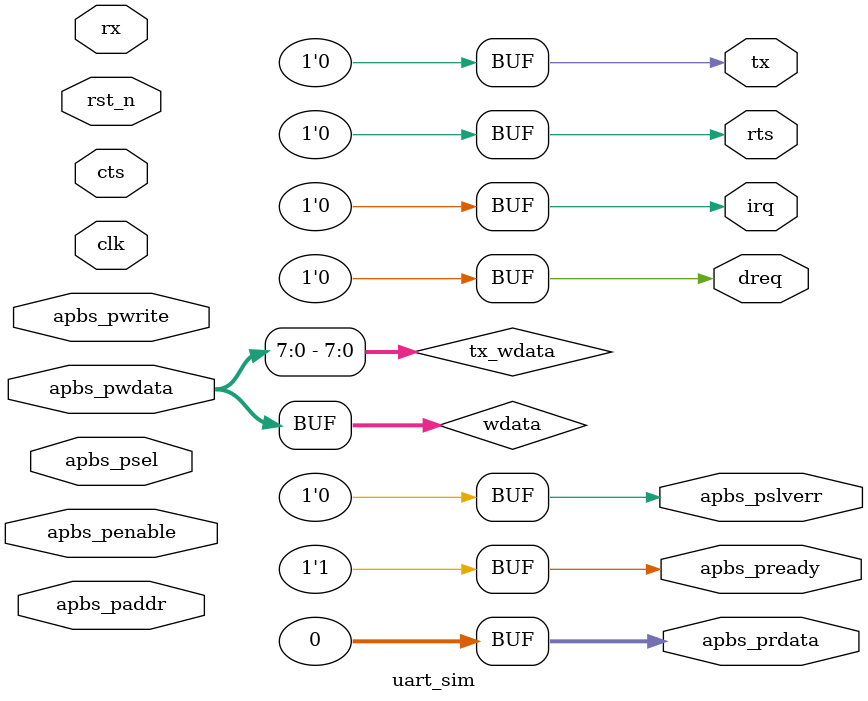
<source format=v>


module uart_sim (
	input wire clk,
	input wire rst_n,

	// APB Port
	input wire apbs_psel,
	input wire apbs_penable,
	input wire apbs_pwrite,
	input wire [15:0] apbs_paddr,
	input wire [31:0] apbs_pwdata,
	output wire [31:0] apbs_prdata,
	output wire apbs_pready,
	output wire apbs_pslverr,

	input wire rx,
	output reg tx,
	input wire cts,
	output reg rts,

	output wire irq,
	output wire dreq
);

    localparam ADDR_CSR = 0;
    localparam ADDR_DIV = 4;
    localparam ADDR_FSTAT = 8;
    localparam ADDR_TX = 12;
    localparam ADDR_RX = 16;

    wire [31:0] wdata = apbs_pwdata;
    wire wen = apbs_psel && apbs_penable && apbs_pwrite;
    wire [15:0] addr = apbs_paddr & 16'h1c;
    wire __tx_wen = wen && addr == ADDR_TX;
    wire [7:0] tx_wdata = wdata[7:0];

    always @(posedge clk) begin
        if (__tx_wen) begin
            $write("%c", tx_wdata);
        end
    end

    assign irq = 1'b0;
    assign tx = 1'b0;
    assign rts = 1'b0;
    assign dreq = 1'b0;
    assign apbs_pready = 1'b1;
    assign apbs_pslverr = 1'b0;
    assign apbs_prdata = 32'h0;

endmodule

</source>
